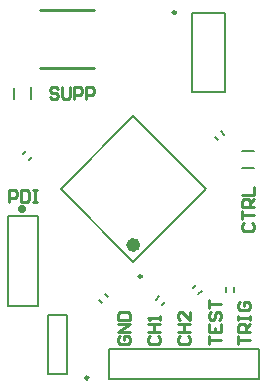
<source format=gto>
G04 Layer_Color=65535*
%FSLAX25Y25*%
%MOIN*%
G70*
G01*
G75*
%ADD36C,0.00984*%
%ADD37C,0.02362*%
%ADD38C,0.00787*%
%ADD39C,0.01000*%
%ADD40C,0.01969*%
D36*
X354068Y682368D02*
G03*
X354068Y682368I-492J0D01*
G01*
X324932Y560635D02*
G03*
X324932Y560635I-492J0D01*
G01*
X342690Y594394D02*
G03*
X342690Y594394I-492J0D01*
G01*
D37*
X341082Y604903D02*
G03*
X341082Y604903I-1181J0D01*
G01*
D38*
X359482Y655990D02*
Y682368D01*
X370505Y655990D02*
Y682368D01*
X359482D02*
X370505D01*
X359482Y655990D02*
X370505D01*
X317943Y561836D02*
Y581521D01*
X311644Y561836D02*
Y581521D01*
Y561836D02*
X317943D01*
X311644Y581521D02*
X317943D01*
X339901Y647775D02*
X364121Y623555D01*
X315681D02*
X339901Y599335D01*
X315681Y623555D02*
X339901Y647775D01*
Y599335D02*
X364121Y623555D01*
X305011Y633248D02*
X306125Y634361D01*
X303063Y635196D02*
X304176Y636310D01*
X369011Y642810D02*
X370125Y641696D01*
X367063Y640861D02*
X368176Y639748D01*
X373572Y589191D02*
Y590766D01*
X370816Y589191D02*
Y590766D01*
X361611Y588548D02*
X362725Y589661D01*
X359663Y590496D02*
X360776Y591610D01*
X349411Y584748D02*
X350525Y585861D01*
X347463Y586696D02*
X348576Y587810D01*
X330411Y588610D02*
X331525Y587496D01*
X328463Y586661D02*
X329576Y585548D01*
X297994Y584479D02*
Y614479D01*
Y584479D02*
X307994D01*
Y614479D01*
X297994D02*
X307994D01*
X331894Y560079D02*
Y570079D01*
X381894D01*
X331894Y560079D02*
X381894D01*
Y570079D01*
X299994Y653579D02*
Y657379D01*
X305694Y653579D02*
Y657438D01*
X376294Y636179D02*
X380094D01*
X376294Y630479D02*
X380153D01*
D39*
X308894Y683079D02*
X326894D01*
X308894Y663979D02*
X326894D01*
X355561Y574645D02*
X354895Y573978D01*
Y572645D01*
X355561Y571979D01*
X358227D01*
X358894Y572645D01*
Y573978D01*
X358227Y574645D01*
X354895Y575978D02*
X358894D01*
X356894D01*
Y578643D01*
X354895D01*
X358894D01*
Y582642D02*
Y579976D01*
X356228Y582642D01*
X355561D01*
X354895Y581976D01*
Y580643D01*
X355561Y579976D01*
X364991Y571979D02*
Y574645D01*
Y573312D01*
X368990D01*
X364991Y578643D02*
Y575978D01*
X368990D01*
Y578643D01*
X366991Y575978D02*
Y577310D01*
X365658Y582642D02*
X364991Y581976D01*
Y580643D01*
X365658Y579976D01*
X366324D01*
X366991Y580643D01*
Y581976D01*
X367657Y582642D01*
X368324D01*
X368990Y581976D01*
Y580643D01*
X368324Y579976D01*
X364991Y583975D02*
Y586641D01*
Y585308D01*
X368990D01*
X298494Y619279D02*
Y623278D01*
X300493D01*
X301160Y622611D01*
Y621278D01*
X300493Y620612D01*
X298494D01*
X302492Y623278D02*
Y619279D01*
X304492D01*
X305158Y619945D01*
Y622611D01*
X304492Y623278D01*
X302492D01*
X306491D02*
X307824D01*
X307158D01*
Y619279D01*
X306491D01*
X307824D01*
X376661Y612245D02*
X375995Y611578D01*
Y610245D01*
X376661Y609579D01*
X379327D01*
X379994Y610245D01*
Y611578D01*
X379327Y612245D01*
X375995Y613578D02*
Y616243D01*
Y614910D01*
X379994D01*
Y617576D02*
X375995D01*
Y619576D01*
X376661Y620242D01*
X377994D01*
X378661Y619576D01*
Y617576D01*
Y618909D02*
X379994Y620242D01*
X375995Y621575D02*
X379994D01*
Y624241D01*
X314860Y656811D02*
X314193Y657478D01*
X312860D01*
X312194Y656811D01*
Y656145D01*
X312860Y655478D01*
X314193D01*
X314860Y654812D01*
Y654145D01*
X314193Y653479D01*
X312860D01*
X312194Y654145D01*
X316192Y657478D02*
Y654145D01*
X316859Y653479D01*
X318192D01*
X318858Y654145D01*
Y657478D01*
X320191Y653479D02*
Y657478D01*
X322190D01*
X322857Y656811D01*
Y655478D01*
X322190Y654812D01*
X320191D01*
X324190Y653479D02*
Y657478D01*
X326189D01*
X326856Y656811D01*
Y655478D01*
X326189Y654812D01*
X324190D01*
X345561Y574645D02*
X344895Y573978D01*
Y572645D01*
X345561Y571979D01*
X348227D01*
X348894Y572645D01*
Y573978D01*
X348227Y574645D01*
X344895Y575978D02*
X348894D01*
X346894D01*
Y578643D01*
X344895D01*
X348894D01*
Y579976D02*
Y581309D01*
Y580643D01*
X344895D01*
X345561Y579976D01*
X374895Y571979D02*
Y574645D01*
Y573312D01*
X378894D01*
Y575978D02*
X374895D01*
Y577977D01*
X375561Y578643D01*
X376894D01*
X377561Y577977D01*
Y575978D01*
Y577310D02*
X378894Y578643D01*
X374895Y579976D02*
Y581309D01*
Y580643D01*
X378894D01*
Y579976D01*
Y581309D01*
X375561Y585974D02*
X374895Y585308D01*
Y583975D01*
X375561Y583308D01*
X378227D01*
X378894Y583975D01*
Y585308D01*
X378227Y585974D01*
X376894D01*
Y584641D01*
X335561Y574645D02*
X334895Y573978D01*
Y572645D01*
X335561Y571979D01*
X338227D01*
X338894Y572645D01*
Y573978D01*
X338227Y574645D01*
X336894D01*
Y573312D01*
X338894Y575978D02*
X334895D01*
X338894Y578643D01*
X334895D01*
Y579976D02*
X338894D01*
Y581976D01*
X338227Y582642D01*
X335561D01*
X334895Y581976D01*
Y579976D01*
D40*
X302994Y616579D02*
X302469D01*
Y617103D01*
X302994D01*
Y616579D01*
M02*

</source>
